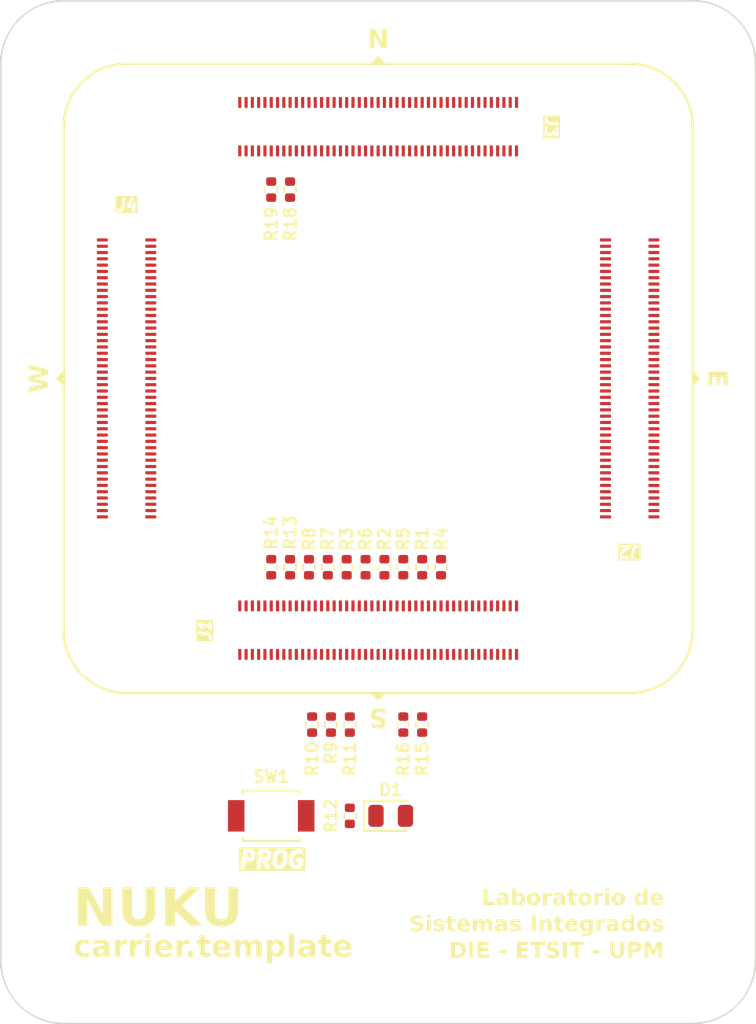
<source format=kicad_pcb>
(kicad_pcb (version 20241229) (generator "pcbnew") (generator_version "9.0")
  (layers (0 "F.Cu" signal "L1_(Sig).Cu") (4 "In1.Cu" power "L2_(GND).Cu") (6 "In2.Cu" power "L3_(PWR).Cu") (2 "B.Cu" signal "L4_(Sig).Cu") (13 "F.Paste" user) (15 "B.Paste" user) (5 "F.SilkS" user "F.Silkscreen") (7 "B.SilkS" user "B.Silkscreen") (1 "F.Mask" user) (3 "B.Mask" user) (25 "Edge.Cuts" user))
  (net 0 "")
  (net 1 "GND")
  (net 2 "+3V3")
  (net 3 "VCCO_0")
  (net 5 "/core-south-0/JTAG_TDO")
  (net 6 "/core-south-0/CONFIG_PROG")
  (net 7 "/core-south-0/CONFIG_M2")
  (net 8 "/core-south-0/JTAG_TMS")
  (net 10 "/core-south-0/PWR_LOOPBACK")
  (net 12 "/core-south-0/CONFIG_M0")
  (net 13 "VCCO_34")
  (net 14 "/core-south-0/JTAG_TDI")
  (net 15 "/core-south-0/MGTP_CLK0_P")
  (net 16 "/core-south-0/MGTP_TX3_P")
  (net 17 "/core-south-0/MGTP_TX0_P")
  (net 18 "/core-south-0/MGTP_RX3_P")
  (net 19 "/core-south-0/JTAG_TCK")
  (net 20 "/core-south-0/MGTP_CLK1_N")
  (net 21 "/core-south-0/MGTP_TX3_N")
  (net 22 "/core-south-0/MGTP_RX2_P")
  (net 24 "/core-south-0/CONFIG_INIT")
  (net 27 "/core-south-0/MGTP_RX3_N")
  (net 29 "/core-south-0/MGTP_TX0_N")
  (net 30 "/core-south-0/CONFIG_DONE")
  (net 31 "/core-south-0/MGTP_RX1_N")
  (net 32 "/core-south-0/MGTP_RX0_P")
  (net 33 "/core-south-0/CONFIG_CLK")
  (net 35 "/core-south-0/MGTP_RX1_P")
  (net 37 "/core-south-0/MGTP_RX0_N")
  (net 38 "/core-south-0/MGTP_TX1_P")
  (net 39 "/core-south-0/MGTP_TX2_P")
  (net 40 "/core-south-0/MGTP_RX2_N")
  (net 42 "/core-south-0/MGTP_TX2_N")
  (net 43 "/core-south-0/MGTP_CLK1_P")
  (net 44 "/core-south-0/MGTP_TX1_N")
  (net 45 "/core-south-0/CONFIG_M1")
  (net 46 "/core-east-34/IO34_6_N")
  (net 47 "/core-east-34/IO34_23_N")
  (net 48 "/core-east-34/IO34_25")
  (net 49 "/core-east-34/IO34_4_P")
  (net 50 "/core-east-34/IO34_16_P")
  (net 51 "/core-east-34/IO34_15_P")
  (net 52 "/core-east-34/IO34_13_P")
  (net 53 "/core-east-34/IO34_9_N")
  (net 54 "/core-east-34/IO34_10_P")
  (net 55 "/core-east-34/IO34_5_P")
  (net 56 "/core-east-34/IO34_13_N")
  (net 57 "/core-east-34/IO34_22_P")
  (net 58 "/core-east-34/IO34_14_N")
  (net 59 "/core-east-34/IO34_24_N")
  (net 60 "/core-east-34/IO34_15_N")
  (net 61 "/core-east-34/IO34_2_N")
  (net 62 "/core-east-34/IO34_23_P")
  (net 63 "/core-east-34/IO34_18_N")
  (net 64 "/core-east-34/IO34_17_N")
  (net 65 "/core-east-34/IO34_3_N")
  (net 66 "/core-east-34/IO34_12_P")
  (net 67 "/core-east-34/IO34_12_N")
  (net 68 "/core-east-34/IO34_19_N")
  (net 69 "/core-east-34/IO34_18_P")
  (net 70 "/core-east-34/IO34_5_N")
  (net 71 "/core-east-34/IO34_19_P")
  (net 72 "/core-east-34/IO34_16_N")
  (net 73 "/core-east-34/IO34_2_P")
  (net 74 "/core-east-34/IO34_24_P")
  (net 75 "/core-east-34/IO34_6_P")
  (net 76 "/core-east-34/IO34_9_P")
  (net 77 "/core-east-34/IO34_7_P")
  (net 78 "/core-east-34/IO34_11_N")
  (net 79 "/core-east-34/IO34_8_N")
  (net 80 "/core-east-34/IO34_4_N")
  (net 81 "/core-east-34/IO34_11_P")
  (net 82 "/core-east-34/IO34_3_P")
  (net 83 "/core-east-34/IO34_0")
  (net 84 "/core-east-34/IO34_10_N")
  (net 85 "/core-east-34/IO34_20_P")
  (net 86 "/core-east-34/IO34_21_N")
  (net 87 "/core-east-34/IO34_1_P")
  (net 88 "/core-east-34/IO34_1_N")
  (net 89 "/core-east-34/IO34_7_N")
  (net 90 "/core-east-34/IO34_8_P")
  (net 91 "/core-east-34/IO34_20_N")
  (net 92 "/core-east-34/IO34_22_N")
  (net 93 "/core-east-34/IO34_21_P")
  (net 94 "/core-east-34/IO34_17_P")
  (net 95 "/core-east-34/IO34_14_P")
  (net 96 "/core-north-14/IO14_21_N")
  (net 97 "/core-north-14/IO14_14_P")
  (net 98 "VCCO_14")
  (net 99 "/core-north-14/IO14_14_N")
  (net 100 "/core-north-14/IO14_3_N")
  (net 101 "/core-north-14/IO14_12_P")
  (net 102 "/core-north-14/IO14_16_N")
  (net 103 "/core-north-14/IO14_9_N")
  (net 104 "/core-north-14/IO14_3_P")
  (net 105 "/core-north-14/IO14_20_N")
  (net 106 "/core-north-14/IO14_16_P")
  (net 107 "/core-north-14/IO14_6_N")
  (net 108 "/core-north-14/IO14_2_P")
  (net 109 "/core-north-14/IO14_4_N")
  (net 110 "/core-north-14/IO14_11_N")
  (net 111 "/core-north-14/IO14_21_P")
  (net 112 "/core-north-14/IO14_19_N")
  (net 113 "/core-north-14/IO14_22_N")
  (net 114 "/core-north-14/IO14_8_N")
  (net 115 "/core-north-14/IO14_18_P")
  (net 116 "/core-north-14/IO14_9_P")
  (net 117 "/core-north-14/IO14_5_P")
  (net 118 "/core-north-14/IO14_19_P")
  (net 119 "/core-north-14/IO14_13_P")
  (net 120 "/core-north-14/IO14_12_N")
  (net 121 "/core-north-14/IO14_13_N")
  (net 122 "/core-north-14/IO14_17_P")
  (net 123 "/core-north-14/IO14_10_N")
  (net 124 "/core-north-14/IO14_17_N")
  (net 125 "/core-north-14/IO14_11_P")
  (net 126 "/core-north-14/IO14_15_N")
  (net 127 "/core-north-14/IO14_23_N")
  (net 128 "/core-north-14/IO14_7_P")
  (net 129 "/core-north-14/IO14_23_P")
  (net 130 "/core-north-14/IO14_15_P")
  (net 131 "/core-north-14/IO14_8_P")
  (net 132 "/core-north-14/IO14_20_P")
  (net 133 "/core-north-14/IO14_24_N")
  (net 134 "/core-north-14/IO14_7_N")
  (net 135 "/core-north-14/IO14_24_P")
  (net 136 "/core-north-14/IO14_1_N")
  (net 137 "/core-north-14/IO14_22_P")
  (net 138 "/core-north-14/IO14_1_P")
  (net 139 "/core-north-14/IO14_2_N")
  (net 140 "VCCO_15")
  (net 141 "/core-north-14/IO14_10_P")
  (net 142 "/core-north-14/IO14_6_P")
  (net 143 "/core-north-14/IO14_25")
  (net 144 "/core-north-14/IO14_4_P")
  (net 145 "/core-north-14/IO14_18_N")
  (net 146 "/core-north-14/IO14_0")
  (net 147 "/core-north-14/IO14_5_N")
  (net 148 "/core-west-15/IO15_15_N")
  (net 149 "/core-west-15/IO15_14_N")
  (net 150 "/core-west-15/IO15_4_N")
  (net 151 "/core-west-15/IO15_8_P")
  (net 152 "/core-west-15/IO15_12_P")
  (net 153 "/core-west-15/IO15_13_P")
  (net 154 "/core-west-15/IO15_21_P")
  (net 155 "/core-west-15/IO15_5_N")
  (net 156 "/core-west-15/IO15_25")
  (net 157 "/core-west-15/IO15_9_N")
  (net 158 "/core-west-15/IO15_18_N")
  (net 159 "/core-west-15/IO15_12_N")
  (net 160 "/core-west-15/IO15_2_N")
  (net 161 "/core-west-15/IO15_5_P")
  (net 162 "/core-west-15/IO15_20_N")
  (net 163 "/core-west-15/IO15_3_N")
  (net 164 "/core-west-15/IO15_1_N")
  (net 165 "/core-west-15/IO15_18_P")
  (net 166 "/core-west-15/IO15_15_P")
  (net 167 "/core-west-15/IO15_17_P")
  (net 168 "/core-west-15/IO15_3_P")
  (net 169 "/core-west-15/IO15_9_P")
  (net 170 "/core-west-15/IO15_7_N")
  (net 171 "/core-west-15/IO15_23_N")
  (net 172 "/core-south-0/PGOOD")
  (net 173 "/core-west-15/IO15_23_P")
  (net 174 "/core-west-15/IO15_16_N")
  (net 175 "/core-west-15/IO15_14_P")
  (net 176 "/core-west-15/IO15_13_N")
  (net 177 "/core-west-15/IO15_10_N")
  (net 178 "/core-west-15/IO15_17_N")
  (net 179 "/core-west-15/IO15_24_N")
  (net 180 "/core-west-15/IO15_7_P")
  (net 181 "/core-west-15/IO15_22_N")
  (net 182 "/core-west-15/IO15_4_P")
  (net 183 "/core-west-15/IO15_21_N")
  (net 184 "/core-west-15/IO15_11_N")
  (net 185 "/core-west-15/IO15_22_P")
  (net 186 "/core-west-15/IO15_2_P")
  (net 187 "/core-west-15/IO15_19_P")
  (net 188 "/core-west-15/IO15_19_N")
  (net 189 "/core-west-15/IO15_24_P")
  (net 190 "/core-west-15/IO15_6_N")
  (net 191 "/core-west-15/IO15_20_P")
  (net 192 "/core-west-15/IO15_0")
  (net 193 "Net-(D1-K)")
  (net 194 "/core-west-15/IO15_16_P")
  (net 195 "/core-west-15/IO15_6_P")
  (net 196 "/core-west-15/IO15_11_P")
  (net 197 "/core-west-15/IO15_1_P")
  (net 198 "/core-west-15/IO15_8_N")
  (net 199 "/core-west-15/IO15_10_P")
  (net 200 "/core-south-0/CONFIG_CFGBVS")
  (footprint "Resistor_SMD:R_0402_1005Metric" (layer "F.Cu") (at 146.7 127 -90)
    (property "Reference" "R11")
    (property "Value" "4k7")
  )
  (footprint "Resistor_SMD:R_0402_1005Metric" (layer "F.Cu") (at 151.3 127 -90)
    (property "Reference" "R15")
    (property "Value" "10k")
  )
  (footprint "Resistor_SMD:R_0402_1005Metric" (layer "F.Cu") (at 148.9 117 90)
    (property "Reference" "R2")
    (property "Value" "1k")
  )
  (footprint "Resistor_SMD:R_0402_1005Metric" (layer "F.Cu") (at 147.7 117 -90)
    (property "Reference" "R6")
    (property "Value" "1k")
  )
  (footprint "Resistor_SMD:R_0402_1005Metric" (layer "F.Cu") (at 141.7 117 -90)
    (property "Reference" "R14")
    (property "Value" "10k")
  )
  (footprint "Resistor_SMD:R_0402_1005Metric" (layer "F.Cu") (at 150.1 127 -90)
    (property "Reference" "R16")
    (property "Value" "10k")
  )
  (footprint "nuku:DF40HC(4.0)-90DS-0.4V" (layer "F.Cu") (at 132.5 105)
    (property "Reference" "J4")
    (property "Value" "DF40HC(4.0)-90DS-0.4V" (hide yes))
  )
  (footprint "LED_SMD:LED_0805_2012Metric" (layer "F.Cu") (at 149.3 132.8)
    (property "Reference" "D1")
    (property "Value" "INIT")
  )
  (footprint "nuku:DF40HC(4.0)-90DS-0.4V" (layer "F.Cu") (at 148.5 89 -90)
    (property "Reference" "J3")
    (property "Value" "DF40HC(4.0)-90DS-0.4V" (hide yes))
  )
  (footprint "Resistor_SMD:R_0402_1005Metric" (layer "F.Cu") (at 151.3 117 90)
    (property "Reference" "R1")
    (property "Value" "1k")
  )
  (footprint "nuku:DF40HC(4.0)-90DS-0.4V" (layer "F.Cu") (at 164.5 105 180)
    (property "Reference" "J2")
    (property "Value" "DF40HC(4.0)-90DS-0.4V" (hide yes))
  )
  (footprint "Resistor_SMD:R_0402_1005Metric" (layer "F.Cu") (at 144.1 117 90)
    (property "Reference" "R8")
    (property "Value" "0")
  )
  (footprint "Resistor_SMD:R_0402_1005Metric" (layer "F.Cu") (at 142.9 117 90)
    (property "Reference" "R13")
    (property "Value" "10k")
  )
  (footprint "nuku:DF40HC(4.0)-90DS-0.4V" (layer "F.Cu") (at 148.5 121 90)
    (property "Reference" "J1")
    (property "Value" "DF40HC(4.0)-90DS-0.4V" (hide yes))
  )
  (footprint "Resistor_SMD:R_0402_1005Metric" (layer "F.Cu") (at 142.9 93 -90)
    (property "Reference" "R18")
    (property "Value" "1k")
  )
  (footprint "Resistor_SMD:R_0402_1005Metric" (layer "F.Cu") (at 145.5 127 -90)
    (property "Reference" "R9")
    (property "Value" "330")
  )
  (footprint "Resistor_SMD:R_0402_1005Metric" (layer "F.Cu") (at 145.3 117 -90)
    (property "Reference" "R7")
    (property "Value" "0")
  )
  (footprint "Resistor_SMD:R_0402_1005Metric" (layer "F.Cu") (at 150.1 117 -90)
    (property "Reference" "R5")
    (property "Value" "1k")
  )
  (footprint "Resistor_SMD:R_0402_1005Metric" (layer "F.Cu") (at 144.3 127 -90)
    (property "Reference" "R10")
    (property "Value" "4k7")
  )
  (footprint "Resistor_SMD:R_0402_1005Metric" (layer "F.Cu") (at 141.7 93 90)
    (property "Reference" "R19")
    (property "Value" "1k")
  )
  (footprint "Resistor_SMD:R_0402_1005Metric" (layer "F.Cu") (at 146.7 132.8 -90)
    (property "Reference" "R12")
    (property "Value" "330")
  )
  (footprint "nuku:TS-1088-AR02016" (layer "F.Cu") (at 141.7 132.8)
    (property "Reference" "SW1")
    (property "Value" "PROG")
  )
  (footprint "Resistor_SMD:R_0402_1005Metric" (layer "F.Cu") (at 146.5 117 90)
    (property "Reference" "R3")
    (property "Value" "1k")
  )
  (footprint "Resistor_SMD:R_0402_1005Metric" (layer "F.Cu") (at 152.5 117 -90)
    (property "Reference" "R4")
    (property "Value" "1k")
  )
  (gr_poly (pts (xy 168.5 104.6) (xy 168.9 105) (xy 168.5 105.4)) (stroke (width 0.15)) (fill yes) (layer "F.SilkS"))
  (gr_arc (start 168.5 121) (mid 167.328427 123.828427) (end 164.5 125) (stroke (width 0.15)) (layer "F.SilkS"))
  (gr_poly (pts (xy 148.9 125) (xy 148.5 125.4) (xy 148.1 125)) (stroke (width 0.15)) (fill yes) (layer "F.SilkS"))
  (gr_arc (start 132.5 125) (mid 129.671573 123.828427) (end 128.5 121) (stroke (width 0.15)) (layer "F.SilkS"))
  (gr_line (start 168.5 89) (end 168.5 121) (stroke (width 0.15)) (layer "F.SilkS"))
  (gr_line (start 128.5 121) (end 128.5 89) (stroke (width 0.15)) (layer "F.SilkS"))
  (gr_poly (pts (xy 128.5 105.4) (xy 128.1 105) (xy 128.5 104.6)) (stroke (width 0.15)) (fill yes) (layer "F.SilkS"))
  (gr_line (start 132.5 85) (end 164.5 85) (stroke (width 0.15)) (layer "F.SilkS"))
  (gr_line (start 164.5 125) (end 132.5 125) (stroke (width 0.15)) (layer "F.SilkS"))
  (gr_arc (start 164.5 85) (mid 167.328427 86.171573) (end 168.5 89) (stroke (width 0.15)) (layer "F.SilkS"))
  (gr_arc (start 128.5 89) (mid 129.671573 86.171573) (end 132.5 85) (stroke (width 0.15)) (layer "F.SilkS"))
  (gr_poly (pts (xy 148.1 85) (xy 148.5 84.6) (xy 148.9 85)) (stroke (width 0.15)) (fill yes) (layer "F.SilkS"))
  (gr_arc (start 172.5 142) (mid 171.328427 144.828427) (end 168.5 146) (stroke (width 0.1)) (layer "Edge.Cuts"))
  (gr_line (start 172.5 85) (end 172.5 142) (stroke (width 0.1)) (layer "Edge.Cuts"))
  (gr_line (start 128.5 81) (end 168.5 81) (stroke (width 0.1)) (layer "Edge.Cuts"))
  (gr_arc (start 128.5 146) (mid 125.671573 144.828427) (end 124.5 142) (stroke (width 0.1)) (layer "Edge.Cuts"))
  (gr_line (start 124.5 142) (end 124.5 85) (stroke (width 0.1)) (layer "Edge.Cuts"))
  (gr_arc (start 168.5 81) (mid 171.328427 82.171573) (end 172.5 85) (stroke (width 0.1)) (layer "Edge.Cuts"))
  (gr_line (start 168.5 146) (end 128.5 146) (stroke (width 0.1)) (layer "Edge.Cuts"))
  (gr_arc (start 124.5 85) (mid 125.671573 82.171573) (end 128.5 81) (stroke (width 0.1)) (layer "Edge.Cuts"))
  (gr_text "carrier.template" (at 129.1 142 0) (layer "F.SilkS") (effects (font (size 1.4 1.4) (thickness 0.25) (italic yes)) (justify left bottom)))
  (gr_text "Laboratorio de\nSistemas Integrados\nDIE - ETSIT - UPM" (at 166.7 142 0) (layer "F.SilkS") (effects (font (size 1 1) (thickness 0.25) (italic yes)) (justify right bottom)))
  (gr_text "W" (at 127.7 105 90) (layer "F.SilkS") (effects (font (size 1.2 1.2) (thickness 0.25) (italic yes)) (justify bottom)))
  (gr_text "N" (at 148.5 84.2 0) (layer "F.SilkS") (effects (font (size 1.2 1.2) (thickness 0.25) (italic yes)) (justify bottom)))
  (gr_text "E" (at 169.3 105 270) (layer "F.SilkS") (effects (font (size 1.2 1.2) (thickness 0.25) (italic yes)) (justify bottom)))
  (gr_text "NUKU" (at 129.1 140.2 0) (layer "F.SilkS") (effects (font (size 2.4 2.4) (thickness 0.25) (italic yes)) (justify left bottom)))
  (gr_text "S" (at 148.5 125.8 180) (layer "F.SilkS") (effects (font (size 1.2 1.2) (thickness 0.25) (italic yes)) (justify bottom)))
)
</source>
